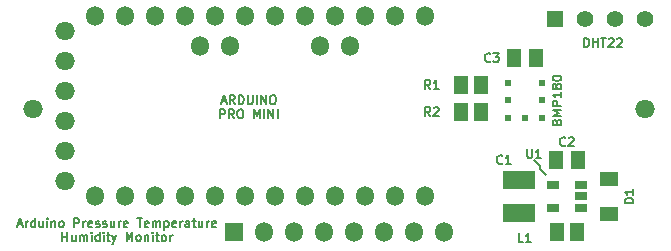
<source format=gts>
G04 (created by PCBNEW (2013-jul-07)-stable) date Thu 14 Aug 2014 04:05:27 PM EDT*
%MOIN*%
G04 Gerber Fmt 3.4, Leading zero omitted, Abs format*
%FSLAX34Y34*%
G01*
G70*
G90*
G04 APERTURE LIST*
%ADD10C,0.00590551*%
%ADD11C,0.00787402*%
%ADD12R,0.0590551X0.0590551*%
%ADD13O,0.0590551X0.0669291*%
%ADD14R,0.055X0.055*%
%ADD15C,0.055*%
%ADD16R,0.106X0.063*%
%ADD17R,0.0512X0.059*%
%ADD18O,0.0669291X0.0590551*%
%ADD19R,0.0393X0.0275*%
%ADD20R,0.0629X0.0511*%
%ADD21R,0.0511X0.059*%
%ADD22R,0.019685X0.023622*%
%ADD23R,0.023622X0.019685*%
G04 APERTURE END LIST*
G54D10*
X80995Y-57235D02*
X81136Y-57235D01*
X80967Y-57319D02*
X81066Y-57024D01*
X81164Y-57319D01*
X81262Y-57319D02*
X81262Y-57122D01*
X81262Y-57178D02*
X81276Y-57150D01*
X81291Y-57136D01*
X81319Y-57122D01*
X81347Y-57122D01*
X81572Y-57319D02*
X81572Y-57024D01*
X81572Y-57305D02*
X81544Y-57319D01*
X81487Y-57319D01*
X81459Y-57305D01*
X81445Y-57291D01*
X81431Y-57263D01*
X81431Y-57178D01*
X81445Y-57150D01*
X81459Y-57136D01*
X81487Y-57122D01*
X81544Y-57122D01*
X81572Y-57136D01*
X81839Y-57122D02*
X81839Y-57319D01*
X81712Y-57122D02*
X81712Y-57277D01*
X81726Y-57305D01*
X81755Y-57319D01*
X81797Y-57319D01*
X81825Y-57305D01*
X81839Y-57291D01*
X81979Y-57319D02*
X81979Y-57122D01*
X81979Y-57024D02*
X81965Y-57038D01*
X81979Y-57052D01*
X81994Y-57038D01*
X81979Y-57024D01*
X81979Y-57052D01*
X82120Y-57122D02*
X82120Y-57319D01*
X82120Y-57150D02*
X82134Y-57136D01*
X82162Y-57122D01*
X82204Y-57122D01*
X82233Y-57136D01*
X82247Y-57164D01*
X82247Y-57319D01*
X82429Y-57319D02*
X82401Y-57305D01*
X82387Y-57291D01*
X82373Y-57263D01*
X82373Y-57178D01*
X82387Y-57150D01*
X82401Y-57136D01*
X82429Y-57122D01*
X82472Y-57122D01*
X82500Y-57136D01*
X82514Y-57150D01*
X82528Y-57178D01*
X82528Y-57263D01*
X82514Y-57291D01*
X82500Y-57305D01*
X82472Y-57319D01*
X82429Y-57319D01*
X82879Y-57319D02*
X82879Y-57024D01*
X82992Y-57024D01*
X83020Y-57038D01*
X83034Y-57052D01*
X83048Y-57080D01*
X83048Y-57122D01*
X83034Y-57150D01*
X83020Y-57164D01*
X82992Y-57178D01*
X82879Y-57178D01*
X83175Y-57319D02*
X83175Y-57122D01*
X83175Y-57178D02*
X83189Y-57150D01*
X83203Y-57136D01*
X83231Y-57122D01*
X83259Y-57122D01*
X83470Y-57305D02*
X83442Y-57319D01*
X83386Y-57319D01*
X83357Y-57305D01*
X83343Y-57277D01*
X83343Y-57164D01*
X83357Y-57136D01*
X83386Y-57122D01*
X83442Y-57122D01*
X83470Y-57136D01*
X83484Y-57164D01*
X83484Y-57192D01*
X83343Y-57221D01*
X83596Y-57305D02*
X83625Y-57319D01*
X83681Y-57319D01*
X83709Y-57305D01*
X83723Y-57277D01*
X83723Y-57263D01*
X83709Y-57235D01*
X83681Y-57221D01*
X83639Y-57221D01*
X83611Y-57207D01*
X83596Y-57178D01*
X83596Y-57164D01*
X83611Y-57136D01*
X83639Y-57122D01*
X83681Y-57122D01*
X83709Y-57136D01*
X83835Y-57305D02*
X83864Y-57319D01*
X83920Y-57319D01*
X83948Y-57305D01*
X83962Y-57277D01*
X83962Y-57263D01*
X83948Y-57235D01*
X83920Y-57221D01*
X83878Y-57221D01*
X83850Y-57207D01*
X83835Y-57178D01*
X83835Y-57164D01*
X83850Y-57136D01*
X83878Y-57122D01*
X83920Y-57122D01*
X83948Y-57136D01*
X84215Y-57122D02*
X84215Y-57319D01*
X84089Y-57122D02*
X84089Y-57277D01*
X84103Y-57305D01*
X84131Y-57319D01*
X84173Y-57319D01*
X84201Y-57305D01*
X84215Y-57291D01*
X84356Y-57319D02*
X84356Y-57122D01*
X84356Y-57178D02*
X84370Y-57150D01*
X84384Y-57136D01*
X84412Y-57122D01*
X84440Y-57122D01*
X84651Y-57305D02*
X84623Y-57319D01*
X84567Y-57319D01*
X84539Y-57305D01*
X84524Y-57277D01*
X84524Y-57164D01*
X84539Y-57136D01*
X84567Y-57122D01*
X84623Y-57122D01*
X84651Y-57136D01*
X84665Y-57164D01*
X84665Y-57192D01*
X84524Y-57221D01*
X84974Y-57024D02*
X85143Y-57024D01*
X85059Y-57319D02*
X85059Y-57024D01*
X85354Y-57305D02*
X85326Y-57319D01*
X85270Y-57319D01*
X85242Y-57305D01*
X85228Y-57277D01*
X85228Y-57164D01*
X85242Y-57136D01*
X85270Y-57122D01*
X85326Y-57122D01*
X85354Y-57136D01*
X85368Y-57164D01*
X85368Y-57192D01*
X85228Y-57221D01*
X85495Y-57319D02*
X85495Y-57122D01*
X85495Y-57150D02*
X85509Y-57136D01*
X85537Y-57122D01*
X85579Y-57122D01*
X85607Y-57136D01*
X85621Y-57164D01*
X85621Y-57319D01*
X85621Y-57164D02*
X85635Y-57136D01*
X85663Y-57122D01*
X85706Y-57122D01*
X85734Y-57136D01*
X85748Y-57164D01*
X85748Y-57319D01*
X85888Y-57122D02*
X85888Y-57417D01*
X85888Y-57136D02*
X85916Y-57122D01*
X85973Y-57122D01*
X86001Y-57136D01*
X86015Y-57150D01*
X86029Y-57178D01*
X86029Y-57263D01*
X86015Y-57291D01*
X86001Y-57305D01*
X85973Y-57319D01*
X85916Y-57319D01*
X85888Y-57305D01*
X86268Y-57305D02*
X86240Y-57319D01*
X86184Y-57319D01*
X86156Y-57305D01*
X86141Y-57277D01*
X86141Y-57164D01*
X86156Y-57136D01*
X86184Y-57122D01*
X86240Y-57122D01*
X86268Y-57136D01*
X86282Y-57164D01*
X86282Y-57192D01*
X86141Y-57221D01*
X86409Y-57319D02*
X86409Y-57122D01*
X86409Y-57178D02*
X86423Y-57150D01*
X86437Y-57136D01*
X86465Y-57122D01*
X86493Y-57122D01*
X86718Y-57319D02*
X86718Y-57164D01*
X86704Y-57136D01*
X86676Y-57122D01*
X86620Y-57122D01*
X86591Y-57136D01*
X86718Y-57305D02*
X86690Y-57319D01*
X86620Y-57319D01*
X86591Y-57305D01*
X86577Y-57277D01*
X86577Y-57249D01*
X86591Y-57221D01*
X86620Y-57207D01*
X86690Y-57207D01*
X86718Y-57192D01*
X86816Y-57122D02*
X86929Y-57122D01*
X86859Y-57024D02*
X86859Y-57277D01*
X86873Y-57305D01*
X86901Y-57319D01*
X86929Y-57319D01*
X87154Y-57122D02*
X87154Y-57319D01*
X87027Y-57122D02*
X87027Y-57277D01*
X87041Y-57305D01*
X87069Y-57319D01*
X87112Y-57319D01*
X87140Y-57305D01*
X87154Y-57291D01*
X87294Y-57319D02*
X87294Y-57122D01*
X87294Y-57178D02*
X87308Y-57150D01*
X87323Y-57136D01*
X87351Y-57122D01*
X87379Y-57122D01*
X87590Y-57305D02*
X87562Y-57319D01*
X87505Y-57319D01*
X87477Y-57305D01*
X87463Y-57277D01*
X87463Y-57164D01*
X87477Y-57136D01*
X87505Y-57122D01*
X87562Y-57122D01*
X87590Y-57136D01*
X87604Y-57164D01*
X87604Y-57192D01*
X87463Y-57221D01*
X82486Y-57791D02*
X82486Y-57496D01*
X82486Y-57637D02*
X82654Y-57637D01*
X82654Y-57791D02*
X82654Y-57496D01*
X82922Y-57595D02*
X82922Y-57791D01*
X82795Y-57595D02*
X82795Y-57749D01*
X82809Y-57777D01*
X82837Y-57791D01*
X82879Y-57791D01*
X82907Y-57777D01*
X82922Y-57763D01*
X83062Y-57791D02*
X83062Y-57595D01*
X83062Y-57623D02*
X83076Y-57609D01*
X83104Y-57595D01*
X83147Y-57595D01*
X83175Y-57609D01*
X83189Y-57637D01*
X83189Y-57791D01*
X83189Y-57637D02*
X83203Y-57609D01*
X83231Y-57595D01*
X83273Y-57595D01*
X83301Y-57609D01*
X83315Y-57637D01*
X83315Y-57791D01*
X83456Y-57791D02*
X83456Y-57595D01*
X83456Y-57496D02*
X83442Y-57510D01*
X83456Y-57524D01*
X83470Y-57510D01*
X83456Y-57496D01*
X83456Y-57524D01*
X83723Y-57791D02*
X83723Y-57496D01*
X83723Y-57777D02*
X83695Y-57791D01*
X83639Y-57791D01*
X83611Y-57777D01*
X83596Y-57763D01*
X83582Y-57735D01*
X83582Y-57651D01*
X83596Y-57623D01*
X83611Y-57609D01*
X83639Y-57595D01*
X83695Y-57595D01*
X83723Y-57609D01*
X83864Y-57791D02*
X83864Y-57595D01*
X83864Y-57496D02*
X83850Y-57510D01*
X83864Y-57524D01*
X83878Y-57510D01*
X83864Y-57496D01*
X83864Y-57524D01*
X83962Y-57595D02*
X84075Y-57595D01*
X84004Y-57496D02*
X84004Y-57749D01*
X84018Y-57777D01*
X84046Y-57791D01*
X84075Y-57791D01*
X84145Y-57595D02*
X84215Y-57791D01*
X84285Y-57595D02*
X84215Y-57791D01*
X84187Y-57862D01*
X84173Y-57876D01*
X84145Y-57890D01*
X84623Y-57791D02*
X84623Y-57496D01*
X84721Y-57707D01*
X84820Y-57496D01*
X84820Y-57791D01*
X85003Y-57791D02*
X84974Y-57777D01*
X84960Y-57763D01*
X84946Y-57735D01*
X84946Y-57651D01*
X84960Y-57623D01*
X84974Y-57609D01*
X85003Y-57595D01*
X85045Y-57595D01*
X85073Y-57609D01*
X85087Y-57623D01*
X85101Y-57651D01*
X85101Y-57735D01*
X85087Y-57763D01*
X85073Y-57777D01*
X85045Y-57791D01*
X85003Y-57791D01*
X85228Y-57595D02*
X85228Y-57791D01*
X85228Y-57623D02*
X85242Y-57609D01*
X85270Y-57595D01*
X85312Y-57595D01*
X85340Y-57609D01*
X85354Y-57637D01*
X85354Y-57791D01*
X85495Y-57791D02*
X85495Y-57595D01*
X85495Y-57496D02*
X85481Y-57510D01*
X85495Y-57524D01*
X85509Y-57510D01*
X85495Y-57496D01*
X85495Y-57524D01*
X85593Y-57595D02*
X85706Y-57595D01*
X85635Y-57496D02*
X85635Y-57749D01*
X85649Y-57777D01*
X85677Y-57791D01*
X85706Y-57791D01*
X85846Y-57791D02*
X85818Y-57777D01*
X85804Y-57763D01*
X85790Y-57735D01*
X85790Y-57651D01*
X85804Y-57623D01*
X85818Y-57609D01*
X85846Y-57595D01*
X85888Y-57595D01*
X85916Y-57609D01*
X85931Y-57623D01*
X85945Y-57651D01*
X85945Y-57735D01*
X85931Y-57763D01*
X85916Y-57777D01*
X85888Y-57791D01*
X85846Y-57791D01*
X86071Y-57791D02*
X86071Y-57595D01*
X86071Y-57651D02*
X86085Y-57623D01*
X86099Y-57609D01*
X86127Y-57595D01*
X86156Y-57595D01*
X87800Y-53135D02*
X87940Y-53135D01*
X87771Y-53219D02*
X87870Y-52924D01*
X87968Y-53219D01*
X88235Y-53219D02*
X88137Y-53078D01*
X88067Y-53219D02*
X88067Y-52924D01*
X88179Y-52924D01*
X88207Y-52938D01*
X88221Y-52952D01*
X88235Y-52980D01*
X88235Y-53022D01*
X88221Y-53050D01*
X88207Y-53064D01*
X88179Y-53078D01*
X88067Y-53078D01*
X88362Y-53219D02*
X88362Y-52924D01*
X88432Y-52924D01*
X88475Y-52938D01*
X88503Y-52966D01*
X88517Y-52994D01*
X88531Y-53050D01*
X88531Y-53092D01*
X88517Y-53149D01*
X88503Y-53177D01*
X88475Y-53205D01*
X88432Y-53219D01*
X88362Y-53219D01*
X88657Y-52924D02*
X88657Y-53163D01*
X88671Y-53191D01*
X88685Y-53205D01*
X88714Y-53219D01*
X88770Y-53219D01*
X88798Y-53205D01*
X88812Y-53191D01*
X88826Y-53163D01*
X88826Y-52924D01*
X88967Y-53219D02*
X88967Y-52924D01*
X89107Y-53219D02*
X89107Y-52924D01*
X89276Y-53219D01*
X89276Y-52924D01*
X89473Y-52924D02*
X89529Y-52924D01*
X89557Y-52938D01*
X89585Y-52966D01*
X89599Y-53022D01*
X89599Y-53121D01*
X89585Y-53177D01*
X89557Y-53205D01*
X89529Y-53219D01*
X89473Y-53219D01*
X89445Y-53205D01*
X89417Y-53177D01*
X89403Y-53121D01*
X89403Y-53022D01*
X89417Y-52966D01*
X89445Y-52938D01*
X89473Y-52924D01*
X87743Y-53691D02*
X87743Y-53396D01*
X87856Y-53396D01*
X87884Y-53410D01*
X87898Y-53424D01*
X87912Y-53452D01*
X87912Y-53495D01*
X87898Y-53523D01*
X87884Y-53537D01*
X87856Y-53551D01*
X87743Y-53551D01*
X88207Y-53691D02*
X88109Y-53551D01*
X88039Y-53691D02*
X88039Y-53396D01*
X88151Y-53396D01*
X88179Y-53410D01*
X88193Y-53424D01*
X88207Y-53452D01*
X88207Y-53495D01*
X88193Y-53523D01*
X88179Y-53537D01*
X88151Y-53551D01*
X88039Y-53551D01*
X88390Y-53396D02*
X88446Y-53396D01*
X88475Y-53410D01*
X88503Y-53438D01*
X88517Y-53495D01*
X88517Y-53593D01*
X88503Y-53649D01*
X88475Y-53677D01*
X88446Y-53691D01*
X88390Y-53691D01*
X88362Y-53677D01*
X88334Y-53649D01*
X88320Y-53593D01*
X88320Y-53495D01*
X88334Y-53438D01*
X88362Y-53410D01*
X88390Y-53396D01*
X88868Y-53691D02*
X88868Y-53396D01*
X88967Y-53607D01*
X89065Y-53396D01*
X89065Y-53691D01*
X89206Y-53691D02*
X89206Y-53396D01*
X89346Y-53691D02*
X89346Y-53396D01*
X89515Y-53691D01*
X89515Y-53396D01*
X89656Y-53691D02*
X89656Y-53396D01*
G54D11*
X98400Y-55300D02*
X98200Y-55100D01*
X98400Y-55400D02*
X98400Y-55300D01*
X98600Y-55600D02*
X98400Y-55400D01*
G54D10*
X97975Y-54724D02*
X97975Y-54963D01*
X97989Y-54991D01*
X98003Y-55005D01*
X98031Y-55019D01*
X98087Y-55019D01*
X98115Y-55005D01*
X98129Y-54991D01*
X98143Y-54963D01*
X98143Y-54724D01*
X98439Y-55019D02*
X98270Y-55019D01*
X98354Y-55019D02*
X98354Y-54724D01*
X98326Y-54766D01*
X98298Y-54794D01*
X98270Y-54808D01*
X97150Y-55191D02*
X97136Y-55205D01*
X97094Y-55219D01*
X97066Y-55219D01*
X97024Y-55205D01*
X96996Y-55177D01*
X96982Y-55149D01*
X96967Y-55092D01*
X96967Y-55050D01*
X96982Y-54994D01*
X96996Y-54966D01*
X97024Y-54938D01*
X97066Y-54924D01*
X97094Y-54924D01*
X97136Y-54938D01*
X97150Y-54952D01*
X97432Y-55219D02*
X97263Y-55219D01*
X97347Y-55219D02*
X97347Y-54924D01*
X97319Y-54966D01*
X97291Y-54994D01*
X97263Y-55008D01*
X97850Y-57819D02*
X97710Y-57819D01*
X97710Y-57524D01*
X98103Y-57819D02*
X97935Y-57819D01*
X98019Y-57819D02*
X98019Y-57524D01*
X97991Y-57566D01*
X97963Y-57594D01*
X97935Y-57608D01*
X101519Y-56517D02*
X101224Y-56517D01*
X101224Y-56447D01*
X101238Y-56405D01*
X101266Y-56377D01*
X101294Y-56363D01*
X101350Y-56349D01*
X101392Y-56349D01*
X101449Y-56363D01*
X101477Y-56377D01*
X101505Y-56405D01*
X101519Y-56447D01*
X101519Y-56517D01*
X101519Y-56067D02*
X101519Y-56236D01*
X101519Y-56152D02*
X101224Y-56152D01*
X101266Y-56180D01*
X101294Y-56208D01*
X101308Y-56236D01*
X99250Y-54591D02*
X99236Y-54605D01*
X99194Y-54619D01*
X99166Y-54619D01*
X99124Y-54605D01*
X99096Y-54577D01*
X99082Y-54549D01*
X99067Y-54492D01*
X99067Y-54450D01*
X99082Y-54394D01*
X99096Y-54366D01*
X99124Y-54338D01*
X99166Y-54324D01*
X99194Y-54324D01*
X99236Y-54338D01*
X99250Y-54352D01*
X99363Y-54352D02*
X99377Y-54338D01*
X99405Y-54324D01*
X99475Y-54324D01*
X99503Y-54338D01*
X99517Y-54352D01*
X99532Y-54380D01*
X99532Y-54408D01*
X99517Y-54450D01*
X99349Y-54619D01*
X99532Y-54619D01*
X96750Y-51791D02*
X96736Y-51805D01*
X96694Y-51819D01*
X96666Y-51819D01*
X96624Y-51805D01*
X96596Y-51777D01*
X96582Y-51749D01*
X96567Y-51692D01*
X96567Y-51650D01*
X96582Y-51594D01*
X96596Y-51566D01*
X96624Y-51538D01*
X96666Y-51524D01*
X96694Y-51524D01*
X96736Y-51538D01*
X96750Y-51552D01*
X96849Y-51524D02*
X97032Y-51524D01*
X96933Y-51636D01*
X96975Y-51636D01*
X97003Y-51650D01*
X97017Y-51664D01*
X97032Y-51692D01*
X97032Y-51763D01*
X97017Y-51791D01*
X97003Y-51805D01*
X96975Y-51819D01*
X96891Y-51819D01*
X96863Y-51805D01*
X96849Y-51791D01*
X99874Y-51319D02*
X99874Y-51024D01*
X99944Y-51024D01*
X99986Y-51038D01*
X100014Y-51066D01*
X100028Y-51094D01*
X100043Y-51150D01*
X100043Y-51192D01*
X100028Y-51249D01*
X100014Y-51277D01*
X99986Y-51305D01*
X99944Y-51319D01*
X99874Y-51319D01*
X100169Y-51319D02*
X100169Y-51024D01*
X100169Y-51164D02*
X100338Y-51164D01*
X100338Y-51319D02*
X100338Y-51024D01*
X100436Y-51024D02*
X100605Y-51024D01*
X100521Y-51319D02*
X100521Y-51024D01*
X100689Y-51052D02*
X100703Y-51038D01*
X100732Y-51024D01*
X100802Y-51024D01*
X100830Y-51038D01*
X100844Y-51052D01*
X100858Y-51080D01*
X100858Y-51108D01*
X100844Y-51150D01*
X100675Y-51319D01*
X100858Y-51319D01*
X100971Y-51052D02*
X100985Y-51038D01*
X101013Y-51024D01*
X101083Y-51024D01*
X101111Y-51038D01*
X101125Y-51052D01*
X101139Y-51080D01*
X101139Y-51108D01*
X101125Y-51150D01*
X100956Y-51319D01*
X101139Y-51319D01*
X94750Y-52719D02*
X94652Y-52578D01*
X94582Y-52719D02*
X94582Y-52424D01*
X94694Y-52424D01*
X94722Y-52438D01*
X94736Y-52452D01*
X94750Y-52480D01*
X94750Y-52522D01*
X94736Y-52550D01*
X94722Y-52564D01*
X94694Y-52578D01*
X94582Y-52578D01*
X95032Y-52719D02*
X94863Y-52719D01*
X94947Y-52719D02*
X94947Y-52424D01*
X94919Y-52466D01*
X94891Y-52494D01*
X94863Y-52508D01*
X94750Y-53619D02*
X94652Y-53478D01*
X94582Y-53619D02*
X94582Y-53324D01*
X94694Y-53324D01*
X94722Y-53338D01*
X94736Y-53352D01*
X94750Y-53380D01*
X94750Y-53422D01*
X94736Y-53450D01*
X94722Y-53464D01*
X94694Y-53478D01*
X94582Y-53478D01*
X94863Y-53352D02*
X94877Y-53338D01*
X94905Y-53324D01*
X94975Y-53324D01*
X95003Y-53338D01*
X95017Y-53352D01*
X95032Y-53380D01*
X95032Y-53408D01*
X95017Y-53450D01*
X94849Y-53619D01*
X95032Y-53619D01*
X98964Y-53817D02*
X98978Y-53774D01*
X98992Y-53760D01*
X99021Y-53746D01*
X99063Y-53746D01*
X99091Y-53760D01*
X99105Y-53774D01*
X99119Y-53803D01*
X99119Y-53915D01*
X98824Y-53915D01*
X98824Y-53817D01*
X98838Y-53788D01*
X98852Y-53774D01*
X98880Y-53760D01*
X98908Y-53760D01*
X98936Y-53774D01*
X98950Y-53788D01*
X98964Y-53817D01*
X98964Y-53915D01*
X99119Y-53620D02*
X98824Y-53620D01*
X99035Y-53521D01*
X98824Y-53423D01*
X99119Y-53423D01*
X99119Y-53282D02*
X98824Y-53282D01*
X98824Y-53170D01*
X98838Y-53142D01*
X98852Y-53128D01*
X98880Y-53114D01*
X98922Y-53114D01*
X98950Y-53128D01*
X98964Y-53142D01*
X98978Y-53170D01*
X98978Y-53282D01*
X99119Y-52832D02*
X99119Y-53001D01*
X99119Y-52917D02*
X98824Y-52917D01*
X98866Y-52945D01*
X98894Y-52973D01*
X98908Y-53001D01*
X98950Y-52664D02*
X98936Y-52692D01*
X98922Y-52706D01*
X98894Y-52720D01*
X98880Y-52720D01*
X98852Y-52706D01*
X98838Y-52692D01*
X98824Y-52664D01*
X98824Y-52607D01*
X98838Y-52579D01*
X98852Y-52565D01*
X98880Y-52551D01*
X98894Y-52551D01*
X98922Y-52565D01*
X98936Y-52579D01*
X98950Y-52607D01*
X98950Y-52664D01*
X98964Y-52692D01*
X98978Y-52706D01*
X99007Y-52720D01*
X99063Y-52720D01*
X99091Y-52706D01*
X99105Y-52692D01*
X99119Y-52664D01*
X99119Y-52607D01*
X99105Y-52579D01*
X99091Y-52565D01*
X99063Y-52551D01*
X99007Y-52551D01*
X98978Y-52565D01*
X98964Y-52579D01*
X98950Y-52607D01*
X98824Y-52368D02*
X98824Y-52340D01*
X98838Y-52312D01*
X98852Y-52298D01*
X98880Y-52284D01*
X98936Y-52270D01*
X99007Y-52270D01*
X99063Y-52284D01*
X99091Y-52298D01*
X99105Y-52312D01*
X99119Y-52340D01*
X99119Y-52368D01*
X99105Y-52396D01*
X99091Y-52411D01*
X99063Y-52425D01*
X99007Y-52439D01*
X98936Y-52439D01*
X98880Y-52425D01*
X98852Y-52411D01*
X98838Y-52396D01*
X98824Y-52368D01*
G54D12*
X88200Y-57500D03*
G54D13*
X89200Y-57500D03*
X90200Y-57500D03*
X91200Y-57500D03*
X92200Y-57500D03*
X93200Y-57500D03*
X94200Y-57500D03*
X95200Y-57500D03*
G54D14*
X98900Y-50400D03*
G54D15*
X99900Y-50400D03*
X100900Y-50400D03*
X101900Y-50400D03*
G54D16*
X97700Y-56850D03*
X97700Y-55750D03*
G54D17*
X99675Y-55100D03*
X98925Y-55100D03*
X97525Y-51700D03*
X98275Y-51700D03*
G54D13*
X94560Y-56290D03*
X93560Y-56290D03*
X92560Y-56290D03*
X91560Y-56290D03*
X90560Y-56290D03*
X89560Y-56290D03*
X88560Y-56290D03*
X87560Y-56290D03*
X86560Y-56290D03*
X85560Y-56290D03*
X84560Y-56290D03*
X83560Y-56290D03*
X94560Y-50290D03*
X93560Y-50290D03*
X92560Y-50290D03*
X91560Y-50290D03*
X90560Y-50290D03*
X89560Y-50290D03*
X88560Y-50290D03*
X87560Y-50290D03*
X86560Y-50290D03*
X85560Y-50290D03*
X84560Y-50290D03*
X83560Y-50290D03*
G54D18*
X82560Y-50790D03*
X82560Y-51790D03*
X82560Y-52790D03*
X82560Y-53790D03*
X82560Y-54790D03*
X82560Y-55790D03*
G54D13*
X87060Y-51290D03*
X88060Y-51290D03*
X91060Y-51290D03*
X92060Y-51290D03*
G54D19*
X99772Y-56674D03*
X99772Y-56300D03*
X99772Y-55926D03*
X98828Y-55926D03*
X98828Y-56674D03*
G54D20*
X100700Y-56890D03*
X100700Y-55710D03*
G54D21*
X99634Y-57500D03*
X98966Y-57500D03*
X95766Y-52600D03*
X96434Y-52600D03*
X95766Y-53500D03*
X96434Y-53500D03*
G54D22*
X98470Y-53690D03*
X98470Y-53100D03*
X98470Y-52510D03*
G54D23*
X97900Y-53700D03*
G54D22*
X97330Y-53690D03*
X97330Y-53100D03*
X97330Y-52510D03*
G54D18*
X101900Y-53400D03*
X81500Y-53400D03*
M02*

</source>
